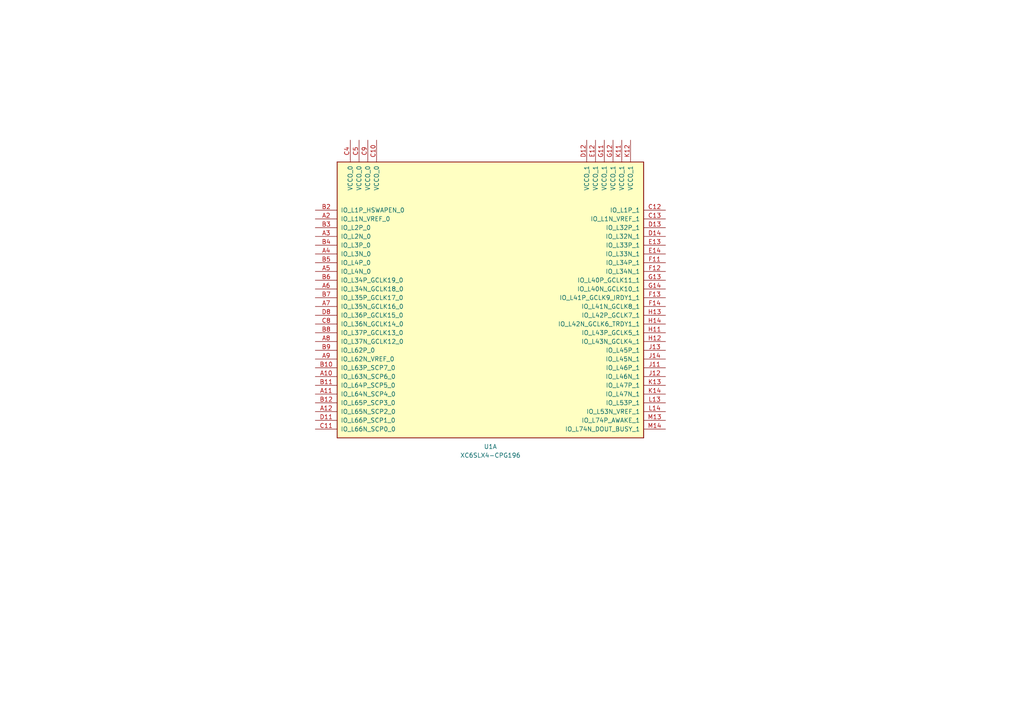
<source format=kicad_sch>
(kicad_sch (version 20230121) (generator eeschema)
  (paper "A4")
  (lib_symbols
    (symbol "FPGA_Xilinx_Spartan6:XC6SLX4-CPG196" (pin_names (offset 1.016))
      (property "Reference" "U" (at 0 1.27 0))
      (property "Value" "XC6SLX4-CPG196" (at 0 -1.27 0))
      (symbol "XC6SLX4-CPG196_1_1"
        (rectangle (start -44.45 36.83) (end 44.45 -43.18) (stroke (width 0.254)) (fill (type background)))
        (pin bidirectional line (at -50.8 -25.4 0) (length 6.35) (name "IO_L63N_SCP6_0") (number "A10"))
        (pin bidirectional line (at -50.8 -30.48 0) (length 6.35) (name "IO_L64N_SCP4_0") (number "A11"))
        (pin bidirectional line (at -50.8 -35.56 0) (length 6.35) (name "IO_L65N_SCP2_0") (number "A12"))
        (pin bidirectional line (at -50.8 20.32 0) (length 6.35) (name "IO_L1N_VREF_0") (number "A2"))
        (pin bidirectional line (at -50.8 15.24 0) (length 6.35) (name "IO_L2N_0") (number "A3"))
        (pin bidirectional line (at -50.8 10.16 0) (length 6.35) (name "IO_L3N_0") (number "A4"))
        (pin bidirectional line (at -50.8 5.08 0) (length 6.35) (name "IO_L4N_0") (number "A5"))
        (pin bidirectional line (at -50.8 0 0) (length 6.35) (name "IO_L34N_GCLK18_0") (number "A6"))
        (pin bidirectional line (at -50.8 -5.08 0) (length 6.35) (name "IO_L35N_GCLK16_0") (number "A7"))
        (pin bidirectional line (at -50.8 -15.24 0) (length 6.35) (name "IO_L37N_GCLK12_0") (number "A8"))
        (pin bidirectional line (at -50.8 -20.32 0) (length 6.35) (name "IO_L62N_VREF_0") (number "A9"))
        (pin bidirectional line (at -50.8 -22.86 0) (length 6.35) (name "IO_L63P_SCP7_0") (number "B10"))
        (pin bidirectional line (at -50.8 -27.94 0) (length 6.35) (name "IO_L64P_SCP5_0") (number "B11"))
        (pin bidirectional line (at -50.8 -33.02 0) (length 6.35) (name "IO_L65P_SCP3_0") (number "B12"))
        (pin bidirectional line (at -50.8 22.86 0) (length 6.35) (name "IO_L1P_HSWAPEN_0") (number "B2"))
        (pin bidirectional line (at -50.8 17.78 0) (length 6.35) (name "IO_L2P_0") (number "B3"))
        (pin bidirectional line (at -50.8 12.7 0) (length 6.35) (name "IO_L3P_0") (number "B4"))
        (pin bidirectional line (at -50.8 7.62 0) (length 6.35) (name "IO_L4P_0") (number "B5"))
        (pin bidirectional line (at -50.8 2.54 0) (length 6.35) (name "IO_L34P_GCLK19_0") (number "B6"))
        (pin bidirectional line (at -50.8 -2.54 0) (length 6.35) (name "IO_L35P_GCLK17_0") (number "B7"))
        (pin bidirectional line (at -50.8 -12.7 0) (length 6.35) (name "IO_L37P_GCLK13_0") (number "B8"))
        (pin bidirectional line (at -50.8 -17.78 0) (length 6.35) (name "IO_L62P_0") (number "B9"))
        (pin power_in line (at -33.02 43.18 270) (length 6.35) (name "VCCO_0") (number "C10"))
        (pin bidirectional line (at -50.8 -40.64 0) (length 6.35) (name "IO_L66N_SCP0_0") (number "C11"))
        (pin bidirectional line (at 50.8 22.86 180) (length 6.35) (name "IO_L1P_1") (number "C12"))
        (pin bidirectional line (at 50.8 20.32 180) (length 6.35) (name "IO_L1N_VREF_1") (number "C13"))
        (pin power_in line (at -40.64 43.18 270) (length 6.35) (name "VCCO_0") (number "C4"))
        (pin power_in line (at -38.1 43.18 270) (length 6.35) (name "VCCO_0") (number "C5"))
        (pin bidirectional line (at -50.8 -10.16 0) (length 6.35) (name "IO_L36N_GCLK14_0") (number "C8"))
        (pin power_in line (at -35.56 43.18 270) (length 6.35) (name "VCCO_0") (number "C9"))
        (pin bidirectional line (at -50.8 -38.1 0) (length 6.35) (name "IO_L66P_SCP1_0") (number "D11"))
        (pin power_in line (at 27.94 43.18 270) (length 6.35) (name "VCCO_1") (number "D12"))
        (pin bidirectional line (at 50.8 17.78 180) (length 6.35) (name "IO_L32P_1") (number "D13"))
        (pin bidirectional line (at 50.8 15.24 180) (length 6.35) (name "IO_L32N_1") (number "D14"))
        (pin bidirectional line (at -50.8 -7.62 0) (length 6.35) (name "IO_L36P_GCLK15_0") (number "D8"))
        (pin power_in line (at 30.48 43.18 270) (length 6.35) (name "VCCO_1") (number "E12"))
        (pin bidirectional line (at 50.8 12.7 180) (length 6.35) (name "IO_L33P_1") (number "E13"))
        (pin bidirectional line (at 50.8 10.16 180) (length 6.35) (name "IO_L33N_1") (number "E14"))
        (pin bidirectional line (at 50.8 7.62 180) (length 6.35) (name "IO_L34P_1") (number "F11"))
        (pin bidirectional line (at 50.8 5.08 180) (length 6.35) (name "IO_L34N_1") (number "F12"))
        (pin bidirectional line (at 50.8 -2.54 180) (length 6.35) (name "IO_L41P_GCLK9_IRDY1_1") (number "F13"))
        (pin bidirectional line (at 50.8 -5.08 180) (length 6.35) (name "IO_L41N_GCLK8_1") (number "F14"))
        (pin power_in line (at 33.02 43.18 270) (length 6.35) (name "VCCO_1") (number "G11"))
        (pin power_in line (at 35.56 43.18 270) (length 6.35) (name "VCCO_1") (number "G12"))
        (pin bidirectional line (at 50.8 2.54 180) (length 6.35) (name "IO_L40P_GCLK11_1") (number "G13"))
        (pin bidirectional line (at 50.8 0 180) (length 6.35) (name "IO_L40N_GCLK10_1") (number "G14"))
        (pin bidirectional line (at 50.8 -12.7 180) (length 6.35) (name "IO_L43P_GCLK5_1") (number "H11"))
        (pin bidirectional line (at 50.8 -15.24 180) (length 6.35) (name "IO_L43N_GCLK4_1") (number "H12"))
        (pin bidirectional line (at 50.8 -7.62 180) (length 6.35) (name "IO_L42P_GCLK7_1") (number "H13"))
        (pin bidirectional line (at 50.8 -10.16 180) (length 6.35) (name "IO_L42N_GCLK6_TRDY1_1") (number "H14"))
        (pin bidirectional line (at 50.8 -22.86 180) (length 6.35) (name "IO_L46P_1") (number "J11"))
        (pin bidirectional line (at 50.8 -25.4 180) (length 6.35) (name "IO_L46N_1") (number "J12"))
        (pin bidirectional line (at 50.8 -17.78 180) (length 6.35) (name "IO_L45P_1") (number "J13"))
        (pin bidirectional line (at 50.8 -20.32 180) (length 6.35) (name "IO_L45N_1") (number "J14"))
        (pin power_in line (at 38.1 43.18 270) (length 6.35) (name "VCCO_1") (number "K11"))
        (pin power_in line (at 40.64 43.18 270) (length 6.35) (name "VCCO_1") (number "K12"))
        (pin bidirectional line (at 50.8 -27.94 180) (length 6.35) (name "IO_L47P_1") (number "K13"))
        (pin bidirectional line (at 50.8 -30.48 180) (length 6.35) (name "IO_L47N_1") (number "K14"))
        (pin bidirectional line (at 50.8 -33.02 180) (length 6.35) (name "IO_L53P_1") (number "L13"))
        (pin bidirectional line (at 50.8 -35.56 180) (length 6.35) (name "IO_L53N_VREF_1") (number "L14"))
        (pin bidirectional line (at 50.8 -38.1 180) (length 6.35) (name "IO_L74P_AWAKE_1") (number "M13"))
        (pin bidirectional line (at 50.8 -40.64 180) (length 6.35) (name "IO_L74N_DOUT_BUSY_1") (number "M14"))
      )
      (symbol "XC6SLX4-CPG196_2_1"
        (rectangle (start -44.45 39.37) (end 44.45 -45.72) (stroke (width 0.254)) (fill (type background)))
        (pin bidirectional line (at 50.8 -38.1 180) (length 6.35) (name "IO_L83N_VREF_3") (number "B1"))
        (pin bidirectional line (at 50.8 -35.56 180) (length 6.35) (name "IO_L83P_3") (number "C1"))
        (pin bidirectional line (at 50.8 -33.02 180) (length 6.35) (name "IO_L52N_3") (number "D1"))
        (pin bidirectional line (at 50.8 -30.48 180) (length 6.35) (name "IO_L52P_3") (number "D2"))
        (pin bidirectional line (at 50.8 -27.94 180) (length 6.35) (name "IO_L51N_3") (number "D3"))
        (pin bidirectional line (at 50.8 -25.4 180) (length 6.35) (name "IO_L51P_3") (number "D4"))
        (pin bidirectional line (at 50.8 -22.86 180) (length 6.35) (name "IO_L50N_3") (number "E1"))
        (pin bidirectional line (at 50.8 -20.32 180) (length 6.35) (name "IO_L50P_3") (number "E2"))
        (pin power_in line (at 27.94 45.72 270) (length 6.35) (name "VCCO_3") (number "E3"))
        (pin power_in line (at 30.48 45.72 270) (length 6.35) (name "VCCO_3") (number "E4"))
        (pin bidirectional line (at 50.8 -12.7 180) (length 6.35) (name "IO_L44N_GCLK20_3") (number "F1"))
        (pin bidirectional line (at 50.8 -10.16 180) (length 6.35) (name "IO_L44P_GCLK21_3") (number "F2"))
        (pin bidirectional line (at 50.8 -17.78 180) (length 6.35) (name "IO_L49N_3") (number "F3"))
        (pin bidirectional line (at 50.8 -15.24 180) (length 6.35) (name "IO_L49P_3") (number "F4"))
        (pin bidirectional line (at 50.8 -2.54 180) (length 6.35) (name "IO_L42N_GCLK24_3") (number "G1"))
        (pin bidirectional line (at 50.8 0 180) (length 6.35) (name "IO_L42P_GCLK25_TRDY2_3") (number "G2"))
        (pin power_in line (at 33.02 45.72 270) (length 6.35) (name "VCCO_3") (number "G3"))
        (pin bidirectional line (at 50.8 -7.62 180) (length 6.35) (name "IO_L43N_GCLK22_IRDY2_3") (number "H1"))
        (pin bidirectional line (at 50.8 -5.08 180) (length 6.35) (name "IO_L43P_GCLK23_3") (number "H2"))
        (pin power_in line (at 35.56 45.72 270) (length 6.35) (name "VCCO_3") (number "H3"))
        (pin bidirectional line (at 50.8 2.54 180) (length 6.35) (name "IO_L41N_GCLK26_3") (number "J1"))
        (pin bidirectional line (at 50.8 5.08 180) (length 6.35) (name "IO_L41P_GCLK27_3") (number "J2"))
        (pin bidirectional line (at 50.8 7.62 180) (length 6.35) (name "IO_L37N_3") (number "J3"))
        (pin bidirectional line (at 50.8 10.16 180) (length 6.35) (name "IO_L37P_3") (number "J4"))
        (pin bidirectional line (at 50.8 12.7 180) (length 6.35) (name "IO_L36N_3") (number "K1"))
        (pin bidirectional line (at 50.8 15.24 180) (length 6.35) (name "IO_L36P_3") (number "K2"))
        (pin power_in line (at 38.1 45.72 270) (length 6.35) (name "VCCO_3") (number "K3"))
        (pin power_in line (at 40.64 45.72 270) (length 6.35) (name "VCCO_3") (number "K4"))
        (pin bidirectional line (at 50.8 17.78 180) (length 6.35) (name "IO_L2N_3") (number "L1"))
        (pin bidirectional line (at 50.8 20.32 180) (length 6.35) (name "IO_L2P_3") (number "L2"))
        (pin bidirectional line (at -50.8 -25.4 0) (length 6.35) (name "IO_L62P_D5_2") (number "L4"))
        (pin bidirectional line (at -50.8 0 0) (length 6.35) (name "IO_L14P_D11_2") (number "L8"))
        (pin bidirectional line (at 50.8 22.86 180) (length 6.35) (name "IO_L1N_VREF_3") (number "M1"))
        (pin power_in line (at -33.02 45.72 270) (length 6.35) (name "VCCO_2") (number "M10"))
        (pin bidirectional line (at 50.8 25.4 180) (length 6.35) (name "IO_L1P_3") (number "M2"))
        (pin bidirectional line (at -50.8 -27.94 0) (length 6.35) (name "IO_L62N_D6_2") (number "M4"))
        (pin power_in line (at -40.64 45.72 270) (length 6.35) (name "VCCO_2") (number "M5"))
        (pin power_in line (at -38.1 45.72 270) (length 6.35) (name "VCCO_2") (number "M6"))
        (pin bidirectional line (at -50.8 -2.54 0) (length 6.35) (name "IO_L14N_D12_2") (number "M8"))
        (pin power_in line (at -35.56 45.72 270) (length 6.35) (name "VCCO_2") (number "M9"))
        (pin bidirectional line (at -50.8 10.16 0) (length 6.35) (name "IO_L12P_D1_MISO2_2") (number "N10"))
        (pin bidirectional line (at -50.8 15.24 0) (length 6.35) (name "IO_L3P_D0_DIN_MISO_MISO1_2") (number "N11"))
        (pin bidirectional line (at -50.8 20.32 0) (length 6.35) (name "IO_L2P_CMPCLK_2") (number "N12"))
        (pin bidirectional line (at -50.8 25.4 0) (length 6.35) (name "IO_L1P_CCLK_2") (number "N13"))
        (pin bidirectional line (at -50.8 -40.64 0) (length 6.35) (name "IO_L65P_INIT_B_2") (number "N2"))
        (pin bidirectional line (at -50.8 -35.56 0) (length 6.35) (name "IO_L64P_D8_2") (number "N3"))
        (pin bidirectional line (at -50.8 -30.48 0) (length 6.35) (name "IO_L63P_2") (number "N4"))
        (pin bidirectional line (at -50.8 -20.32 0) (length 6.35) (name "IO_L49P_D3_2") (number "N5"))
        (pin bidirectional line (at -50.8 -15.24 0) (length 6.35) (name "IO_L48P_D7_2") (number "N6"))
        (pin bidirectional line (at -50.8 -10.16 0) (length 6.35) (name "IO_L31P_GCLK31_D14_2") (number "N7"))
        (pin bidirectional line (at -50.8 -5.08 0) (length 6.35) (name "IO_L30P_GCLK1_D13_2") (number "N8"))
        (pin bidirectional line (at -50.8 5.08 0) (length 6.35) (name "IO_L13P_M1_2") (number "N9"))
        (pin bidirectional line (at -50.8 7.62 0) (length 6.35) (name "IO_L12N_D2_MISO3_2") (number "P10"))
        (pin bidirectional line (at -50.8 12.7 0) (length 6.35) (name "IO_L3N_MOSI_CSI_B_MISO0_2") (number "P11"))
        (pin bidirectional line (at -50.8 17.78 0) (length 6.35) (name "IO_L2N_CMPMOSI_2") (number "P12"))
        (pin bidirectional line (at -50.8 22.86 0) (length 6.35) (name "IO_L1N_M0_CMPMISO_2") (number "P13"))
        (pin bidirectional line (at -50.8 -43.18 0) (length 6.35) (name "IO_L65N_CSO_B_2") (number "P2"))
        (pin bidirectional line (at -50.8 -38.1 0) (length 6.35) (name "IO_L64N_D9_2") (number "P3"))
        (pin bidirectional line (at -50.8 -33.02 0) (length 6.35) (name "IO_L63N_2") (number "P4"))
        (pin bidirectional line (at -50.8 -22.86 0) (length 6.35) (name "IO_L49N_D4_2") (number "P5"))
        (pin bidirectional line (at -50.8 -17.78 0) (length 6.35) (name "IO_L48N_RDWR_B_VREF_2") (number "P6"))
        (pin bidirectional line (at -50.8 -12.7 0) (length 6.35) (name "IO_L31N_GCLK30_D15_2") (number "P7"))
        (pin bidirectional line (at -50.8 -7.62 0) (length 6.35) (name "IO_L30N_GCLK0_USERCCLK_2") (number "P8"))
        (pin bidirectional line (at -50.8 2.54 0) (length 6.35) (name "IO_L13N_D10_2") (number "P9"))
      )
      (symbol "XC6SLX4-CPG196_3_1"
        (rectangle (start -31.75 15.24) (end 31.75 -15.24) (stroke (width 0.254)) (fill (type background)))
        (pin bidirectional line (at 38.1 12.7 180) (length 6.35) (name "TDI") (number "A13"))
        (pin bidirectional line (at 38.1 5.08 180) (length 6.35) (name "TCK") (number "B13"))
        (pin bidirectional line (at 38.1 7.62 180) (length 6.35) (name "TMS") (number "B14"))
        (pin bidirectional line (at 38.1 10.16 180) (length 6.35) (name "TDO") (number "C14"))
        (pin bidirectional line (at 38.1 -7.62 180) (length 6.35) (name "SUSPEND") (number "L12"))
        (pin bidirectional line (at 38.1 -12.7 180) (length 6.35) (name "CMPCS_B_2") (number "M12"))
        (pin bidirectional line (at 38.1 -2.54 180) (length 6.35) (name "PROGRAM_B_2") (number "N1"))
        (pin bidirectional line (at 38.1 0 180) (length 6.35) (name "DONE_2") (number "N14"))
      )
      (symbol "XC6SLX4-CPG196_4_1"
        (rectangle (start -19.05 45.72) (end 19.05 -45.72) (stroke (width 0.254)) (fill (type background)))
        (pin power_in line (at -25.4 5.08 0) (length 6.35) (name "GND") (number "A1"))
        (pin power_in line (at -25.4 2.54 0) (length 6.35) (name "GND") (number "A14"))
        (pin power_in line (at -25.4 0 0) (length 6.35) (name "GND") (number "C2"))
        (pin power_in line (at -25.4 -2.54 0) (length 6.35) (name "GND") (number "C3"))
        (pin power_in line (at -25.4 -5.08 0) (length 6.35) (name "GND") (number "C6"))
        (pin power_in line (at -25.4 -7.62 0) (length 6.35) (name "GND") (number "C7"))
        (pin power_in line (at -25.4 -17.78 0) (length 6.35) (name "GND") (number "D10"))
        (pin power_in line (at -25.4 -10.16 0) (length 6.35) (name "GND") (number "D5"))
        (pin power_in line (at -25.4 -12.7 0) (length 6.35) (name "GND") (number "D6"))
        (pin power_in line (at -25.4 43.18 0) (length 6.35) (name "VCCAUX") (number "D7"))
        (pin power_in line (at -25.4 -15.24 0) (length 6.35) (name "GND") (number "D9"))
        (pin power_in line (at 25.4 35.56 180) (length 6.35) (name "VCCINT") (number "E10"))
        (pin power_in line (at -25.4 -22.86 0) (length 6.35) (name "GND") (number "E11"))
        (pin power_in line (at 25.4 43.18 180) (length 6.35) (name "VCCINT") (number "E5"))
        (pin power_in line (at 25.4 40.64 180) (length 6.35) (name "VCCINT") (number "E6"))
        (pin power_in line (at -25.4 40.64 0) (length 6.35) (name "VCCAUX") (number "E7"))
        (pin power_in line (at -25.4 -20.32 0) (length 6.35) (name "GND") (number "E8"))
        (pin power_in line (at 25.4 38.1 180) (length 6.35) (name "VCCINT") (number "E9"))
        (pin power_in line (at 25.4 25.4 180) (length 6.35) (name "VCCINT") (number "F10"))
        (pin power_in line (at 25.4 33.02 180) (length 6.35) (name "VCCINT") (number "F5"))
        (pin power_in line (at 25.4 30.48 180) (length 6.35) (name "VCCINT") (number "F6"))
        (pin power_in line (at -25.4 -25.4 0) (length 6.35) (name "GND") (number "F7"))
        (pin power_in line (at -25.4 -27.94 0) (length 6.35) (name "GND") (number "F8"))
        (pin power_in line (at 25.4 27.94 180) (length 6.35) (name "VCCINT") (number "F9"))
        (pin power_in line (at -25.4 35.56 0) (length 6.35) (name "VCCAUX") (number "G10"))
        (pin power_in line (at -25.4 -30.48 0) (length 6.35) (name "GND") (number "G4"))
        (pin power_in line (at -25.4 -33.02 0) (length 6.35) (name "GND") (number "G5"))
        (pin power_in line (at -25.4 -35.56 0) (length 6.35) (name "GND") (number "G6"))
        (pin power_in line (at -25.4 -38.1 0) (length 6.35) (name "GND") (number "G7"))
        (pin power_in line (at -25.4 -40.64 0) (length 6.35) (name "GND") (number "G8"))
        (pin power_in line (at -25.4 38.1 0) (length 6.35) (name "VCCAUX") (number "G9"))
        (pin power_in line (at 25.4 -5.08 180) (length 6.35) (name "GND") (number "H10"))
        (pin power_in line (at -25.4 -43.18 0) (length 6.35) (name "GND") (number "H4"))
        (pin power_in line (at -25.4 33.02 0) (length 6.35) (name "VCCAUX") (number "H5"))
        (pin power_in line (at -25.4 30.48 0) (length 6.35) (name "VCCAUX") (number "H6"))
        (pin power_in line (at 25.4 2.54 180) (length 6.35) (name "GND") (number "H7"))
        (pin power_in line (at 25.4 0 180) (length 6.35) (name "GND") (number "H8"))
        (pin power_in line (at 25.4 -2.54 180) (length 6.35) (name "GND") (number "H9"))
        (pin power_in line (at 25.4 -12.7 180) (length 6.35) (name "GND") (number "J10"))
        (pin power_in line (at 25.4 22.86 180) (length 6.35) (name "VCCINT") (number "J5"))
        (pin power_in line (at 25.4 20.32 180) (length 6.35) (name "VCCINT") (number "J6"))
        (pin power_in line (at 25.4 -7.62 180) (length 6.35) (name "GND") (number "J7"))
        (pin power_in line (at 25.4 -10.16 180) (length 6.35) (name "GND") (number "J8"))
        (pin power_in line (at 25.4 17.78 180) (length 6.35) (name "VCCINT") (number "J9"))
        (pin power_in line (at 25.4 7.62 180) (length 6.35) (name "VCCINT") (number "K10"))
        (pin power_in line (at 25.4 15.24 180) (length 6.35) (name "VCCINT") (number "K5"))
        (pin power_in line (at 25.4 12.7 180) (length 6.35) (name "VCCINT") (number "K6"))
        (pin power_in line (at -25.4 27.94 0) (length 6.35) (name "VCCAUX") (number "K7"))
        (pin power_in line (at 25.4 -15.24 180) (length 6.35) (name "GND") (number "K8"))
        (pin power_in line (at 25.4 10.16 180) (length 6.35) (name "VCCINT") (number "K9"))
        (pin power_in line (at 25.4 -27.94 180) (length 6.35) (name "GND") (number "L10"))
        (pin power_in line (at 25.4 -30.48 180) (length 6.35) (name "GND") (number "L11"))
        (pin power_in line (at 25.4 -17.78 180) (length 6.35) (name "GND") (number "L3"))
        (pin power_in line (at 25.4 -20.32 180) (length 6.35) (name "GND") (number "L5"))
        (pin power_in line (at 25.4 -22.86 180) (length 6.35) (name "GND") (number "L6"))
        (pin power_in line (at -25.4 25.4 0) (length 6.35) (name "VCCAUX") (number "L7"))
        (pin power_in line (at 25.4 -25.4 180) (length 6.35) (name "GND") (number "L9"))
        (pin power_in line (at 25.4 -38.1 180) (length 6.35) (name "GND") (number "M11"))
        (pin power_in line (at 25.4 -33.02 180) (length 6.35) (name "GND") (number "M3"))
        (pin power_in line (at 25.4 -35.56 180) (length 6.35) (name "GND") (number "M7"))
        (pin power_in line (at 25.4 -40.64 180) (length 6.35) (name "GND") (number "P1"))
        (pin power_in line (at 25.4 -43.18 180) (length 6.35) (name "GND") (number "P14"))
      )
    )
  )
  (symbol (lib_id "FPGA_Xilinx_Spartan6:XC6SLX4-CPG196") (at 142.24 83.82 0) (unit 1)
    (property "Reference" "U1" (at 142.24 129.54 0))
    (property "Value" "XC6SLX4-CPG196" (at 142.24 132.08 0))
    (property "Footprint" "Package_BGA:Xilinx_CPGA196" (effects hide))
  )
)
</source>
